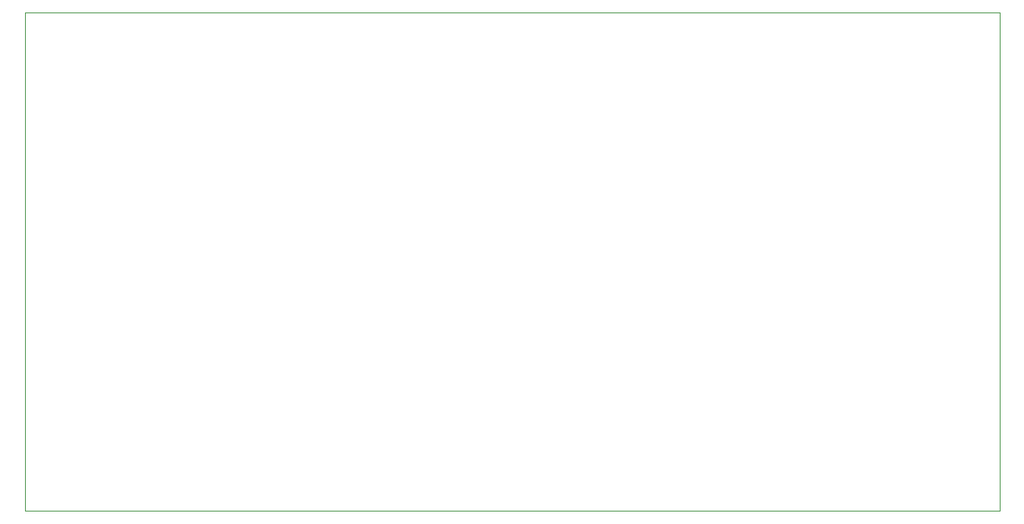
<source format=gbr>
%TF.GenerationSoftware,KiCad,Pcbnew,(6.0.0)*%
%TF.CreationDate,2022-07-19T20:58:05+01:00*%
%TF.ProjectId,M filament Heater,4d206669-6c61-46d6-956e-742048656174,rev?*%
%TF.SameCoordinates,Original*%
%TF.FileFunction,Profile,NP*%
%FSLAX46Y46*%
G04 Gerber Fmt 4.6, Leading zero omitted, Abs format (unit mm)*
G04 Created by KiCad (PCBNEW (6.0.0)) date 2022-07-19 20:58:05*
%MOMM*%
%LPD*%
G01*
G04 APERTURE LIST*
%TA.AperFunction,Profile*%
%ADD10C,0.100000*%
%TD*%
G04 APERTURE END LIST*
D10*
X173375000Y-107375000D02*
X67900000Y-107375000D01*
X67900000Y-107375000D02*
X67900000Y-161425000D01*
X67900000Y-161425000D02*
X173375000Y-161425000D01*
X173375000Y-161425000D02*
X173375000Y-107375000D01*
M02*

</source>
